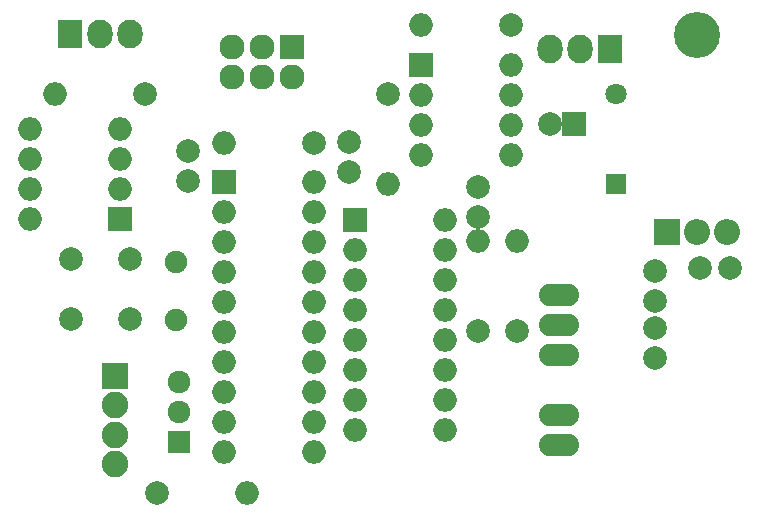
<source format=gbr>
G04 #@! TF.FileFunction,Soldermask,Bot*
%FSLAX46Y46*%
G04 Gerber Fmt 4.6, Leading zero omitted, Abs format (unit mm)*
G04 Created by KiCad (PCBNEW 4.0.7) date 01/29/18 09:34:28*
%MOMM*%
%LPD*%
G01*
G04 APERTURE LIST*
%ADD10C,0.100000*%
%ADD11R,2.250000X2.250000*%
%ADD12C,2.250000*%
%ADD13R,2.000000X2.000000*%
%ADD14O,2.000000X2.000000*%
%ADD15C,2.000000*%
%ADD16R,1.797000X1.797000*%
%ADD17C,1.797000*%
%ADD18R,2.130000X2.430000*%
%ADD19O,2.130000X2.430000*%
%ADD20R,2.127200X2.127200*%
%ADD21O,2.127200X2.127200*%
%ADD22O,3.900000X3.900000*%
%ADD23R,2.200000X2.200000*%
%ADD24O,2.200000X2.200000*%
%ADD25O,3.399740X1.901140*%
%ADD26C,1.900000*%
%ADD27C,1.920000*%
%ADD28R,1.920000X1.920000*%
G04 APERTURE END LIST*
D10*
D11*
X102870000Y-110236000D03*
D12*
X102870000Y-112736000D03*
X102870000Y-115236000D03*
X102870000Y-117736000D03*
D13*
X123190000Y-97028000D03*
D14*
X130810000Y-114808000D03*
X123190000Y-99568000D03*
X130810000Y-112268000D03*
X123190000Y-102108000D03*
X130810000Y-109728000D03*
X123190000Y-104648000D03*
X130810000Y-107188000D03*
X123190000Y-107188000D03*
X130810000Y-104648000D03*
X123190000Y-109728000D03*
X130810000Y-102108000D03*
X123190000Y-112268000D03*
X130810000Y-99568000D03*
X123190000Y-114808000D03*
X130810000Y-97028000D03*
D15*
X136398000Y-80518000D03*
D14*
X128778000Y-80518000D03*
D13*
X141732000Y-88900000D03*
D15*
X139732000Y-88900000D03*
X104140000Y-105410000D03*
X99140000Y-105410000D03*
X109093000Y-93726000D03*
X109093000Y-91226000D03*
X122682000Y-92964000D03*
X122682000Y-90464000D03*
X133604000Y-96774000D03*
X133604000Y-94274000D03*
D16*
X145288000Y-93980000D03*
D17*
X145288000Y-86360000D03*
D18*
X144780000Y-82550000D03*
D19*
X142240000Y-82550000D03*
X139700000Y-82550000D03*
D20*
X117856000Y-82423000D03*
D21*
X117856000Y-84963000D03*
X115316000Y-82423000D03*
X115316000Y-84963000D03*
X112776000Y-82423000D03*
X112776000Y-84963000D03*
D18*
X99060000Y-81280000D03*
D19*
X101600000Y-81280000D03*
X104140000Y-81280000D03*
D15*
X119761000Y-90551000D03*
D14*
X112141000Y-90551000D03*
D15*
X136906000Y-106426000D03*
D14*
X136906000Y-98806000D03*
D15*
X133604000Y-106426000D03*
D14*
X133604000Y-98806000D03*
D15*
X125984000Y-86360000D03*
D14*
X125984000Y-93980000D03*
D15*
X105410000Y-86360000D03*
D14*
X97790000Y-86360000D03*
D22*
X152146000Y-81384000D03*
D23*
X149606000Y-98044000D03*
D24*
X152146000Y-98044000D03*
X154686000Y-98044000D03*
D25*
X140462000Y-116078000D03*
X140462000Y-113527840D03*
X140462000Y-108478320D03*
X140462000Y-105928200D03*
X140462000Y-103378000D03*
D13*
X112141000Y-93853000D03*
D14*
X119761000Y-116713000D03*
X112141000Y-96393000D03*
X119761000Y-114173000D03*
X112141000Y-98933000D03*
X119761000Y-111633000D03*
X112141000Y-101473000D03*
X119761000Y-109093000D03*
X112141000Y-104013000D03*
X119761000Y-106553000D03*
X112141000Y-106553000D03*
X119761000Y-104013000D03*
X112141000Y-109093000D03*
X119761000Y-101473000D03*
X112141000Y-111633000D03*
X119761000Y-98933000D03*
X112141000Y-114173000D03*
X119761000Y-96393000D03*
X112141000Y-116713000D03*
X119761000Y-93853000D03*
D13*
X128778000Y-83947000D03*
D14*
X136398000Y-91567000D03*
X128778000Y-86487000D03*
X136398000Y-89027000D03*
X128778000Y-89027000D03*
X136398000Y-86487000D03*
X128778000Y-91567000D03*
X136398000Y-83947000D03*
D13*
X103314500Y-96964500D03*
D14*
X95694500Y-89344500D03*
X103314500Y-94424500D03*
X95694500Y-91884500D03*
X103314500Y-91884500D03*
X95694500Y-94424500D03*
X103314500Y-89344500D03*
X95694500Y-96964500D03*
D26*
X108077000Y-100584000D03*
X108077000Y-105464000D03*
D15*
X106426000Y-120142000D03*
D14*
X114046000Y-120142000D03*
D15*
X104140000Y-100330000D03*
X99140000Y-100330000D03*
X154940000Y-101092000D03*
X152440000Y-101092000D03*
X148590000Y-108712000D03*
X148590000Y-106212000D03*
X148590000Y-103886000D03*
X148590000Y-101386000D03*
D27*
X108331000Y-113284000D03*
X108331000Y-110744000D03*
D28*
X108331000Y-115824000D03*
M02*

</source>
